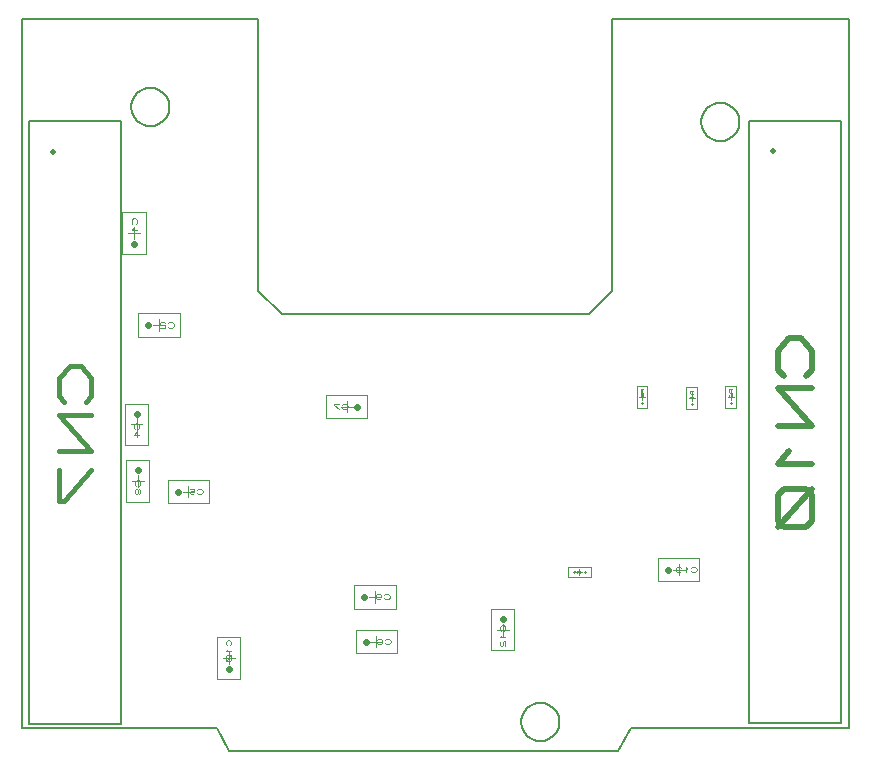
<source format=gbr>
G04 PROTEUS GERBER X2 FILE*
%TF.GenerationSoftware,Labcenter,Proteus,8.12-SP2-Build31155*%
%TF.CreationDate,2024-12-03T23:36:33+00:00*%
%TF.FileFunction,AssemblyDrawing,Bot*%
%TF.FilePolarity,Positive*%
%TF.Part,Single*%
%TF.SameCoordinates,{80aaee04-2193-4ab7-8769-78595995fdec}*%
%FSLAX45Y45*%
%MOMM*%
G01*
%TA.AperFunction,Profile*%
%ADD71C,0.203200*%
%TA.AperFunction,Material*%
%ADD25C,0.203200*%
%ADD60C,0.508000*%
%ADD61C,0.461430*%
%ADD62C,0.473190*%
%ADD63C,0.050000*%
%ADD64C,0.243840*%
%ADD65C,0.038320*%
%ADD66C,0.579120*%
%ADD67C,0.072740*%
%TD.AperFunction*%
D71*
X+0Y+0D02*
X+1650000Y+0D01*
X+7000000Y+0D02*
X+7000000Y+6000000D01*
X+5000000Y+6000000D01*
X+5000000Y+3700000D01*
X+4800000Y+3500000D01*
X+2200000Y+3500000D01*
X+2000000Y+3700000D02*
X+2000000Y+6000000D01*
X+0Y+6000000D01*
X+0Y+0D01*
X+2000000Y+3700000D02*
X+2200000Y+3500000D01*
X+5160000Y+0D02*
X+7000000Y+0D01*
X+1750000Y-200000D02*
X+5050000Y-200000D01*
X+1650000Y+0D02*
X+1750000Y-200000D01*
X+5160000Y+0D02*
X+5050000Y-200000D01*
X+4550045Y+50000D02*
X+4549508Y+63142D01*
X+4545144Y+89427D01*
X+4536029Y+115712D01*
X+4521182Y+141997D01*
X+4498470Y+168118D01*
X+4472185Y+187898D01*
X+4445900Y+200658D01*
X+4419615Y+208108D01*
X+4393330Y+210987D01*
X+4389000Y+211045D01*
X+4227955Y+50000D02*
X+4228492Y+63142D01*
X+4232856Y+89427D01*
X+4241971Y+115712D01*
X+4256818Y+141997D01*
X+4279530Y+168118D01*
X+4305815Y+187898D01*
X+4332100Y+200658D01*
X+4358385Y+208108D01*
X+4384670Y+210987D01*
X+4389000Y+211045D01*
X+4227955Y+50000D02*
X+4228492Y+36858D01*
X+4232856Y+10573D01*
X+4241971Y-15712D01*
X+4256818Y-41997D01*
X+4279530Y-68118D01*
X+4305815Y-87898D01*
X+4332100Y-100658D01*
X+4358385Y-108108D01*
X+4384670Y-110987D01*
X+4389000Y-111045D01*
X+4550045Y+50000D02*
X+4549508Y+36858D01*
X+4545144Y+10573D01*
X+4536029Y-15712D01*
X+4521182Y-41997D01*
X+4498470Y-68118D01*
X+4472185Y-87898D01*
X+4445900Y-100658D01*
X+4419615Y-108108D01*
X+4393330Y-110987D01*
X+4389000Y-111045D01*
X+6074045Y+5130000D02*
X+6073508Y+5143142D01*
X+6069144Y+5169427D01*
X+6060029Y+5195712D01*
X+6045182Y+5221997D01*
X+6022470Y+5248118D01*
X+5996185Y+5267898D01*
X+5969900Y+5280658D01*
X+5943615Y+5288108D01*
X+5917330Y+5290987D01*
X+5913000Y+5291045D01*
X+5751955Y+5130000D02*
X+5752492Y+5143142D01*
X+5756856Y+5169427D01*
X+5765971Y+5195712D01*
X+5780818Y+5221997D01*
X+5803530Y+5248118D01*
X+5829815Y+5267898D01*
X+5856100Y+5280658D01*
X+5882385Y+5288108D01*
X+5908670Y+5290987D01*
X+5913000Y+5291045D01*
X+5751955Y+5130000D02*
X+5752492Y+5116858D01*
X+5756856Y+5090573D01*
X+5765971Y+5064288D01*
X+5780818Y+5038003D01*
X+5803530Y+5011882D01*
X+5829815Y+4992102D01*
X+5856100Y+4979342D01*
X+5882385Y+4971892D01*
X+5908670Y+4969013D01*
X+5913000Y+4968955D01*
X+6074045Y+5130000D02*
X+6073508Y+5116858D01*
X+6069144Y+5090573D01*
X+6060029Y+5064288D01*
X+6045182Y+5038003D01*
X+6022470Y+5011882D01*
X+5996185Y+4992102D01*
X+5969900Y+4979342D01*
X+5943615Y+4971892D01*
X+5917330Y+4969013D01*
X+5913000Y+4968955D01*
X+1248045Y+5257000D02*
X+1247508Y+5270142D01*
X+1243144Y+5296427D01*
X+1234029Y+5322712D01*
X+1219182Y+5348997D01*
X+1196470Y+5375118D01*
X+1170185Y+5394898D01*
X+1143900Y+5407658D01*
X+1117615Y+5415108D01*
X+1091330Y+5417987D01*
X+1087000Y+5418045D01*
X+925955Y+5257000D02*
X+926492Y+5270142D01*
X+930856Y+5296427D01*
X+939971Y+5322712D01*
X+954818Y+5348997D01*
X+977530Y+5375118D01*
X+1003815Y+5394898D01*
X+1030100Y+5407658D01*
X+1056385Y+5415108D01*
X+1082670Y+5417987D01*
X+1087000Y+5418045D01*
X+925955Y+5257000D02*
X+926492Y+5243858D01*
X+930856Y+5217573D01*
X+939971Y+5191288D01*
X+954818Y+5165003D01*
X+977530Y+5138882D01*
X+1003815Y+5119102D01*
X+1030100Y+5106342D01*
X+1056385Y+5098892D01*
X+1082670Y+5096013D01*
X+1087000Y+5095955D01*
X+1248045Y+5257000D02*
X+1247508Y+5243858D01*
X+1243144Y+5217573D01*
X+1234029Y+5191288D01*
X+1219182Y+5165003D01*
X+1196470Y+5138882D01*
X+1170185Y+5119102D01*
X+1143900Y+5106342D01*
X+1117615Y+5098892D01*
X+1091330Y+5096013D01*
X+1087000Y+5095955D01*
D25*
X+59840Y+35840D02*
X+840160Y+35840D01*
X+840160Y+5136160D01*
X+59840Y+5136160D01*
X+59840Y+35840D01*
D60*
X+260000Y+4876000D02*
X+260000Y+4876000D01*
D61*
X+542288Y+2754691D02*
X+588432Y+2806603D01*
X+588432Y+2962339D01*
X+496144Y+3066162D01*
X+403856Y+3066162D01*
X+311568Y+2962339D01*
X+311568Y+2806603D01*
X+357712Y+2754691D01*
X+588432Y+2650867D02*
X+311568Y+2650867D01*
X+588432Y+2339396D01*
X+311568Y+2339396D01*
X+311568Y+2183661D02*
X+311568Y+1924101D01*
X+357712Y+1924101D01*
X+588432Y+2183661D01*
D25*
X+6155840Y+39840D02*
X+6936160Y+39840D01*
X+6936160Y+5140160D01*
X+6155840Y+5140160D01*
X+6155840Y+39840D01*
D60*
X+6356000Y+4880000D02*
X+6356000Y+4880000D01*
D62*
X+6640640Y+2979569D02*
X+6687960Y+3032804D01*
X+6687960Y+3192509D01*
X+6593320Y+3298978D01*
X+6498680Y+3298978D01*
X+6404040Y+3192509D01*
X+6404040Y+3032804D01*
X+6451360Y+2979569D01*
X+6687960Y+2873099D02*
X+6404040Y+2873099D01*
X+6687960Y+2553690D01*
X+6404040Y+2553690D01*
X+6498680Y+2340751D02*
X+6404040Y+2234281D01*
X+6687960Y+2234281D01*
X+6640640Y+2021341D02*
X+6451360Y+2021341D01*
X+6404040Y+1968107D01*
X+6404040Y+1755167D01*
X+6451360Y+1701932D01*
X+6640640Y+1701932D01*
X+6687960Y+1755167D01*
X+6687960Y+1968107D01*
X+6640640Y+2021341D01*
X+6687960Y+2021341D02*
X+6404040Y+1701932D01*
D63*
X+5625000Y+2695000D02*
X+5625000Y+2885000D01*
X+5715000Y+2885000D01*
X+5715000Y+2695000D01*
X+5625000Y+2695000D01*
X+5695000Y+2790000D02*
X+5645000Y+2790000D01*
X+5670000Y+2815000D02*
X+5670000Y+2765000D01*
D64*
X+5670000Y+2740000D02*
X+5670000Y+2740000D01*
D65*
X+5681499Y+2854342D02*
X+5658501Y+2854342D01*
X+5658501Y+2832782D01*
X+5662334Y+2828470D01*
X+5666167Y+2828470D01*
X+5670000Y+2832782D01*
X+5670000Y+2854342D01*
X+5670000Y+2832782D02*
X+5673833Y+2828470D01*
X+5681499Y+2828470D01*
X+5666167Y+2811222D02*
X+5658501Y+2802598D01*
X+5681499Y+2802598D01*
D63*
X+5955000Y+2705000D02*
X+5955000Y+2895000D01*
X+6045000Y+2895000D01*
X+6045000Y+2705000D01*
X+5955000Y+2705000D01*
X+6025000Y+2800000D02*
X+5975000Y+2800000D01*
X+6000000Y+2825000D02*
X+6000000Y+2775000D01*
D64*
X+6000000Y+2750000D02*
X+6000000Y+2750000D01*
D65*
X+6011499Y+2864342D02*
X+5988501Y+2864342D01*
X+5988501Y+2842782D01*
X+5992334Y+2838470D01*
X+5996167Y+2838470D01*
X+6000000Y+2842782D01*
X+6000000Y+2864342D01*
X+6000000Y+2842782D02*
X+6003833Y+2838470D01*
X+6011499Y+2838470D01*
X+5992334Y+2825534D02*
X+5988501Y+2821222D01*
X+5988501Y+2808286D01*
X+5992334Y+2803974D01*
X+5996167Y+2803974D01*
X+6000000Y+2808286D01*
X+6000000Y+2821222D01*
X+6003833Y+2825534D01*
X+6011499Y+2825534D01*
X+6011499Y+2803974D01*
D63*
X+5205000Y+2705000D02*
X+5205000Y+2895000D01*
X+5295000Y+2895000D01*
X+5295000Y+2705000D01*
X+5205000Y+2705000D01*
X+5275000Y+2800000D02*
X+5225000Y+2800000D01*
X+5250000Y+2825000D02*
X+5250000Y+2775000D01*
D64*
X+5250000Y+2750000D02*
X+5250000Y+2750000D01*
D65*
X+5261499Y+2864342D02*
X+5238501Y+2864342D01*
X+5238501Y+2842782D01*
X+5242334Y+2838470D01*
X+5246167Y+2838470D01*
X+5250000Y+2842782D01*
X+5250000Y+2864342D01*
X+5250000Y+2842782D02*
X+5253833Y+2838470D01*
X+5261499Y+2838470D01*
X+5242334Y+2825534D02*
X+5238501Y+2821222D01*
X+5238501Y+2808286D01*
X+5242334Y+2803974D01*
X+5246167Y+2803974D01*
X+5250000Y+2808286D01*
X+5253833Y+2803974D01*
X+5257666Y+2803974D01*
X+5261499Y+2808286D01*
X+5261499Y+2821222D01*
X+5257666Y+2825534D01*
X+5250000Y+2816910D02*
X+5250000Y+2808286D01*
D63*
X+1235000Y+2100000D02*
X+1585000Y+2100000D01*
X+1585000Y+1900000D01*
X+1235000Y+1900000D01*
X+1235000Y+2100000D01*
X+1410000Y+1950000D02*
X+1410000Y+2050000D01*
X+1460000Y+2000000D02*
X+1360000Y+2000000D01*
D66*
X+1320000Y+2000000D02*
X+1320000Y+2000000D01*
D67*
X+1484595Y+1985452D02*
X+1492778Y+1978178D01*
X+1517328Y+1978178D01*
X+1533694Y+1992726D01*
X+1533694Y+2007274D01*
X+1517328Y+2021822D01*
X+1492778Y+2021822D01*
X+1484595Y+2014548D01*
X+1419129Y+2021822D02*
X+1460045Y+2021822D01*
X+1460045Y+2007274D01*
X+1427312Y+2007274D01*
X+1419129Y+2000000D01*
X+1419129Y+1985452D01*
X+1427312Y+1978178D01*
X+1451862Y+1978178D01*
X+1460045Y+1985452D01*
D63*
X+1650000Y+415000D02*
X+1650000Y+765000D01*
X+1850000Y+765000D01*
X+1850000Y+415000D01*
X+1650000Y+415000D01*
X+1800000Y+590000D02*
X+1700000Y+590000D01*
X+1750000Y+640000D02*
X+1750000Y+540000D01*
D66*
X+1750000Y+500000D02*
X+1750000Y+500000D01*
D67*
X+1764548Y+697328D02*
X+1771822Y+705511D01*
X+1771822Y+730061D01*
X+1757274Y+746427D01*
X+1742726Y+746427D01*
X+1728178Y+730061D01*
X+1728178Y+705511D01*
X+1735452Y+697328D01*
X+1742726Y+664595D02*
X+1728178Y+648228D01*
X+1771822Y+648228D01*
X+1764548Y+615495D02*
X+1735452Y+615495D01*
X+1728178Y+607312D01*
X+1728178Y+574579D01*
X+1735452Y+566396D01*
X+1764548Y+566396D01*
X+1771822Y+574579D01*
X+1771822Y+607312D01*
X+1764548Y+615495D01*
X+1771822Y+615495D02*
X+1728178Y+566396D01*
D63*
X+985000Y+3510000D02*
X+1335000Y+3510000D01*
X+1335000Y+3310000D01*
X+985000Y+3310000D01*
X+985000Y+3510000D01*
X+1160000Y+3360000D02*
X+1160000Y+3460000D01*
X+1210000Y+3410000D02*
X+1110000Y+3410000D01*
D66*
X+1070000Y+3410000D02*
X+1070000Y+3410000D01*
D67*
X+1234595Y+3395452D02*
X+1242778Y+3388178D01*
X+1267328Y+3388178D01*
X+1283694Y+3402726D01*
X+1283694Y+3417274D01*
X+1267328Y+3431822D01*
X+1242778Y+3431822D01*
X+1234595Y+3424548D01*
X+1210045Y+3424548D02*
X+1201862Y+3431822D01*
X+1177312Y+3431822D01*
X+1169129Y+3424548D01*
X+1169129Y+3417274D01*
X+1177312Y+3410000D01*
X+1201862Y+3410000D01*
X+1210045Y+3402726D01*
X+1210045Y+3388178D01*
X+1169129Y+3388178D01*
D63*
X+850000Y+4015000D02*
X+850000Y+4365000D01*
X+1050000Y+4365000D01*
X+1050000Y+4015000D01*
X+850000Y+4015000D01*
X+1000000Y+4190000D02*
X+900000Y+4190000D01*
X+950000Y+4240000D02*
X+950000Y+4140000D01*
D66*
X+950000Y+4100000D02*
X+950000Y+4100000D01*
D67*
X+964548Y+4264595D02*
X+971822Y+4272778D01*
X+971822Y+4297328D01*
X+957274Y+4313694D01*
X+942726Y+4313694D01*
X+928178Y+4297328D01*
X+928178Y+4272778D01*
X+935452Y+4264595D01*
X+942726Y+4231862D02*
X+928178Y+4215495D01*
X+971822Y+4215495D01*
D63*
X+4815000Y+1275000D02*
X+4625000Y+1275000D01*
X+4625000Y+1365000D01*
X+4815000Y+1365000D01*
X+4815000Y+1275000D01*
X+4720000Y+1345000D02*
X+4720000Y+1295000D01*
X+4695000Y+1320000D02*
X+4745000Y+1320000D01*
D64*
X+4770000Y+1320000D02*
X+4770000Y+1320000D01*
D65*
X+4724650Y+1308501D02*
X+4724650Y+1331499D01*
X+4703090Y+1331499D01*
X+4698778Y+1327666D01*
X+4698778Y+1323833D01*
X+4703090Y+1320000D01*
X+4724650Y+1320000D01*
X+4703090Y+1320000D02*
X+4698778Y+1316167D01*
X+4698778Y+1308501D01*
X+4664282Y+1316167D02*
X+4690154Y+1316167D01*
X+4672906Y+1331499D01*
X+4672906Y+1308501D01*
D63*
X+2815000Y+1210000D02*
X+3165000Y+1210000D01*
X+3165000Y+1010000D01*
X+2815000Y+1010000D01*
X+2815000Y+1210000D01*
X+2990000Y+1060000D02*
X+2990000Y+1160000D01*
X+3040000Y+1110000D02*
X+2940000Y+1110000D01*
D66*
X+2900000Y+1110000D02*
X+2900000Y+1110000D01*
D67*
X+3064595Y+1095452D02*
X+3072778Y+1088178D01*
X+3097328Y+1088178D01*
X+3113694Y+1102726D01*
X+3113694Y+1117274D01*
X+3097328Y+1131822D01*
X+3072778Y+1131822D01*
X+3064595Y+1124548D01*
X+2999129Y+1117274D02*
X+3007312Y+1110000D01*
X+3031862Y+1110000D01*
X+3040045Y+1117274D01*
X+3040045Y+1124548D01*
X+3031862Y+1131822D01*
X+3007312Y+1131822D01*
X+2999129Y+1124548D01*
X+2999129Y+1095452D01*
X+3007312Y+1088178D01*
X+3031862Y+1088178D01*
D63*
X+2825000Y+830000D02*
X+3175000Y+830000D01*
X+3175000Y+630000D01*
X+2825000Y+630000D01*
X+2825000Y+830000D01*
X+3000000Y+680000D02*
X+3000000Y+780000D01*
X+3050000Y+730000D02*
X+2950000Y+730000D01*
D66*
X+2910000Y+730000D02*
X+2910000Y+730000D01*
D67*
X+3074595Y+715452D02*
X+3082778Y+708178D01*
X+3107328Y+708178D01*
X+3123694Y+722726D01*
X+3123694Y+737274D01*
X+3107328Y+751822D01*
X+3082778Y+751822D01*
X+3074595Y+744548D01*
X+3009129Y+744548D02*
X+3017312Y+751822D01*
X+3041862Y+751822D01*
X+3050045Y+744548D01*
X+3050045Y+715452D01*
X+3041862Y+708178D01*
X+3017312Y+708178D01*
X+3009129Y+715452D01*
X+3009129Y+722726D01*
X+3017312Y+730000D01*
X+3050045Y+730000D01*
D63*
X+2925000Y+2620000D02*
X+2575000Y+2620000D01*
X+2575000Y+2820000D01*
X+2925000Y+2820000D01*
X+2925000Y+2620000D01*
X+2750000Y+2770000D02*
X+2750000Y+2670000D01*
X+2700000Y+2720000D02*
X+2800000Y+2720000D01*
D66*
X+2840000Y+2720000D02*
X+2840000Y+2720000D01*
D67*
X+2708139Y+2705452D02*
X+2716322Y+2698178D01*
X+2740872Y+2698178D01*
X+2757238Y+2712726D01*
X+2757238Y+2727274D01*
X+2740872Y+2741822D01*
X+2716322Y+2741822D01*
X+2708139Y+2734548D01*
X+2683589Y+2741822D02*
X+2642673Y+2741822D01*
X+2642673Y+2734548D01*
X+2683589Y+2698178D01*
D63*
X+1070000Y+2745000D02*
X+1070000Y+2395000D01*
X+870000Y+2395000D01*
X+870000Y+2745000D01*
X+1070000Y+2745000D01*
X+920000Y+2570000D02*
X+1020000Y+2570000D01*
X+970000Y+2520000D02*
X+970000Y+2620000D01*
D66*
X+970000Y+2660000D02*
X+970000Y+2660000D01*
D67*
X+984548Y+2528139D02*
X+991822Y+2536322D01*
X+991822Y+2560872D01*
X+977274Y+2577238D01*
X+962726Y+2577238D01*
X+948178Y+2560872D01*
X+948178Y+2536322D01*
X+955452Y+2528139D01*
X+977274Y+2462673D02*
X+977274Y+2511772D01*
X+948178Y+2479039D01*
X+991822Y+2479039D01*
D63*
X+1080000Y+2265000D02*
X+1080000Y+1915000D01*
X+880000Y+1915000D01*
X+880000Y+2265000D01*
X+1080000Y+2265000D01*
X+930000Y+2090000D02*
X+1030000Y+2090000D01*
X+980000Y+2040000D02*
X+980000Y+2140000D01*
D66*
X+980000Y+2180000D02*
X+980000Y+2180000D01*
D67*
X+994548Y+2048139D02*
X+1001822Y+2056322D01*
X+1001822Y+2080872D01*
X+987274Y+2097238D01*
X+972726Y+2097238D01*
X+958178Y+2080872D01*
X+958178Y+2056322D01*
X+965452Y+2048139D01*
X+980000Y+2015406D02*
X+972726Y+2023589D01*
X+965452Y+2023589D01*
X+958178Y+2015406D01*
X+958178Y+1990856D01*
X+965452Y+1982673D01*
X+972726Y+1982673D01*
X+980000Y+1990856D01*
X+980000Y+2015406D01*
X+987274Y+2023589D01*
X+994548Y+2023589D01*
X+1001822Y+2015406D01*
X+1001822Y+1990856D01*
X+994548Y+1982673D01*
X+987274Y+1982673D01*
X+980000Y+1990856D01*
D63*
X+4170000Y+1005000D02*
X+4170000Y+655000D01*
X+3970000Y+655000D01*
X+3970000Y+1005000D01*
X+4170000Y+1005000D01*
X+4020000Y+830000D02*
X+4120000Y+830000D01*
X+4070000Y+780000D02*
X+4070000Y+880000D01*
D66*
X+4070000Y+920000D02*
X+4070000Y+920000D01*
D67*
X+4084548Y+820872D02*
X+4091822Y+829055D01*
X+4091822Y+853605D01*
X+4077274Y+869971D01*
X+4062726Y+869971D01*
X+4048178Y+853605D01*
X+4048178Y+829055D01*
X+4055452Y+820872D01*
X+4062726Y+788139D02*
X+4048178Y+771772D01*
X+4091822Y+771772D01*
X+4055452Y+730856D02*
X+4048178Y+722673D01*
X+4048178Y+698123D01*
X+4055452Y+689940D01*
X+4062726Y+689940D01*
X+4070000Y+698123D01*
X+4070000Y+722673D01*
X+4077274Y+730856D01*
X+4091822Y+730856D01*
X+4091822Y+689940D01*
D63*
X+5385000Y+1440000D02*
X+5735000Y+1440000D01*
X+5735000Y+1240000D01*
X+5385000Y+1240000D01*
X+5385000Y+1440000D01*
X+5560000Y+1290000D02*
X+5560000Y+1390000D01*
X+5610000Y+1340000D02*
X+5510000Y+1340000D01*
D66*
X+5470000Y+1340000D02*
X+5470000Y+1340000D01*
D67*
X+5667328Y+1325452D02*
X+5675511Y+1318178D01*
X+5700061Y+1318178D01*
X+5716427Y+1332726D01*
X+5716427Y+1347274D01*
X+5700061Y+1361822D01*
X+5675511Y+1361822D01*
X+5667328Y+1354548D01*
X+5634595Y+1347274D02*
X+5618228Y+1361822D01*
X+5618228Y+1318178D01*
X+5577312Y+1354548D02*
X+5569129Y+1361822D01*
X+5544579Y+1361822D01*
X+5536396Y+1354548D01*
X+5536396Y+1347274D01*
X+5544579Y+1340000D01*
X+5536396Y+1332726D01*
X+5536396Y+1325452D01*
X+5544579Y+1318178D01*
X+5569129Y+1318178D01*
X+5577312Y+1325452D01*
X+5560946Y+1340000D02*
X+5544579Y+1340000D01*
M02*

</source>
